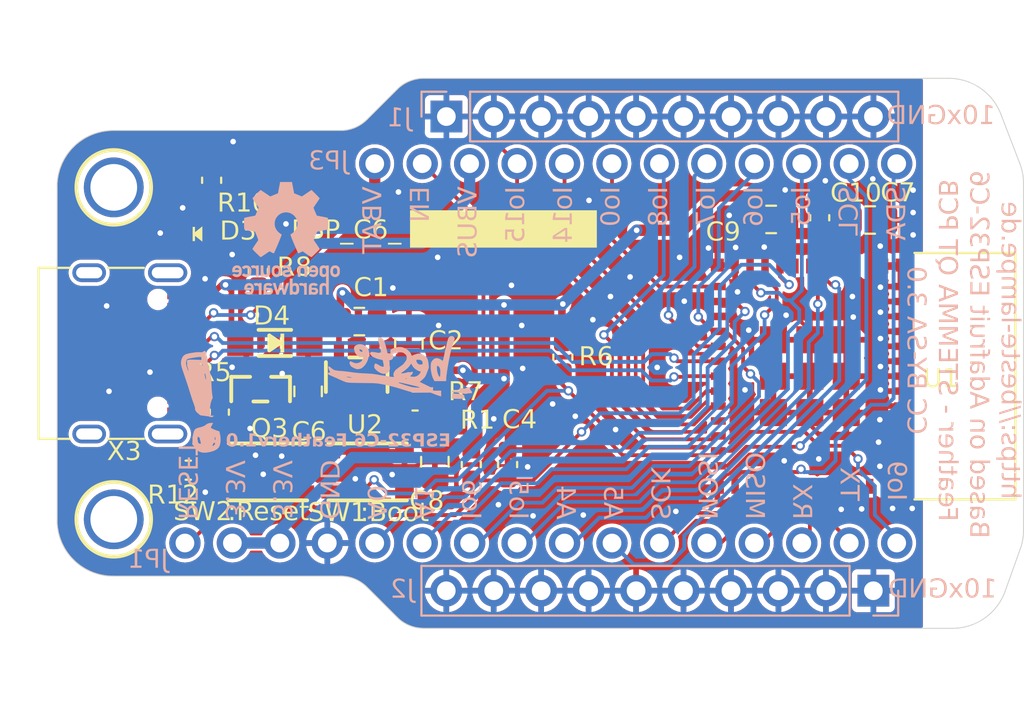
<source format=kicad_pcb>
(kicad_pcb (version 20240108) (generator "pcbnew") (generator_version "8.0")
  (layers (0 "F.Cu" signal) (1 "In1.Cu" signal) (2 "In2.Cu" signal) (31 "B.Cu" signal) (34 "B.Paste" user) (35 "F.Paste" user) (36 "B.SilkS" user "B.Silkscreen") (37 "F.SilkS" user "F.Silkscreen") (38 "B.Mask" user) (39 "F.Mask" user) (44 "Edge.Cuts" user))
  (net 0 "")
  (net 1 "GND")
  (net 2 "VBUS")
  (net 3 "VBAT")
  (net 4 "/RESET")
  (net 5 "/VHI")
  (net 6 "3.3V")
  (net 7 "/SCL")
  (net 8 "/SDA")
  (net 9 "Net-(D3-PadA)")
  (net 10 "/SCK")
  (net 11 "/A2{slash}IO6")
  (net 12 "/A0")
  (net 13 "/IO9{slash}BOOT{slash}NEOPIX")
  (net 14 "/MISO")
  (net 15 "/A5")
  (net 16 "/TX")
  (net 17 "/A3{slash}IO5")
  (net 18 "/MOSI")
  (net 19 "/RX")
  (net 20 "/A4")
  (net 21 "/A1")
  (net 22 "/EN")
  (net 23 "/IO14")
  (net 24 "/IO7")
  (net 25 "/IO0")
  (net 26 "/IO15")
  (net 27 "/IO8")
  (net 28 "/I2C_PWR")
  (net 29 "Net-(X3-CC2)")
  (net 30 "Net-(X3-CC1)")
  (net 31 "/D-")
  (net 32 "/D+")
  (footprint "Capacitor_SMD:C_0603_1608Metric" (layer "F.Cu") (at 146.7229 110.96 90)
    (property "Reference" "C4")
    (property "Value" "1uF")
  )
  (footprint "Adafruit Feather ESP32-C6:BTN_RKB2_4.6X2.8" (layer "F.Cu") (at 133.8961 111.3536)
    (property "Reference" "SW2")
    (property "Value" "KMR2")
  )
  (footprint "Capacitor_SMD:C_0603_1608Metric" (layer "F.Cu") (at 149.68 105.21 90)
    (property "Reference" "R6")
    (property "Value" "100K")
  )
  (footprint "Capacitor_SMD:C_0603_1608Metric" (layer "F.Cu") (at 131.2926 108.1532 90)
    (property "Reference" "R5")
    (property "Value" "5.1K")
  )
  (footprint "Adafruit Feather ESP32-C6:SOT23-5" (layer "F.Cu") (at 138.6459 106.2736)
    (property "Reference" "U2")
    (property "Value" "AP2112/RT9080-3.3")
  )
  (footprint "Adafruit Feather ESP32-C6:SOD-123" (layer "F.Cu") (at 134.2644 104.4448 180)
    (property "Reference" "D4")
    (property "Value" "MBR540")
  )
  (footprint "Capacitor_SMD:C_0805_2012Metric" (layer "F.Cu") (at 136.0443 107.0406 -90)
    (property "Reference" "C6")
    (property "Value" "10uF")
  )
  (footprint "Capacitor_SMD:C_0805_2012Metric" (layer "F.Cu") (at 166.13 97.86)
    (property "Reference" "C7")
    (property "Value" "10uF")
  )
  (footprint "Adafruit Feather ESP32-C6:BTN_RKB2_4.6X2.8" (layer "F.Cu") (at 139.2301 111.3536)
    (property "Reference" "SW1")
    (property "Value" "KMR2")
  )
  (footprint "Capacitor_SMD:C_0603_1608Metric" (layer "F.Cu") (at 163.43 97.74 90)
    (property "Reference" "C10")
    (property "Value" "1uF")
  )
  (footprint "Capacitor_SMD:C_0805_2012Metric" (layer "F.Cu") (at 160.83 97.83 180)
    (property "Reference" "C9")
    (property "Value" "10uF")
  )
  (footprint "Adafruit Feather ESP32-C6:MOUNTINGHOLE_2.5_PLATED" (layer "F.Cu") (at 125.6411 96.1136 -90)
    (property "Reference" "U$31" (hide yes))
    (property "Value" "MOUNTINGHOLE2.5" (hide yes))
  )
  (footprint "Capacitor_SMD:C_0603_1608Metric" (layer "F.Cu") (at 133.38 100.61 -90)
    (property "Reference" "R8")
    (property "Value" "5.1K")
  )
  (footprint "Capacitor_SMD:C_0603_1608Metric" (layer "F.Cu") (at 129.63 111.26 180)
    (property "Reference" "R12")
    (property "Value" "100K")
  )
  (footprint "Capacitor_SMD:C_0603_1608Metric" (layer "F.Cu") (at 130.88 95.7326 -90)
    (property "Reference" "R10")
    (property "Value" "5.1K")
  )
  (footprint "Adafruit Feather ESP32-C6:CHIPLED_0603_NOOUTLINE" (layer "F.Cu") (at 130.13 98.61 90)
    (property "Reference" "D3")
    (property "Value" "RED")
  )
  (footprint "Capacitor_SMD:C_0805_2012Metric" (layer "F.Cu") (at 142.83 110.81 -90)
    (property "Reference" "C8")
    (property "Value" "10uF")
  )
  (footprint "Adafruit Feather ESP32-C6:ESP32-PICO-MINI" (layer "F.Cu") (at 162.9021 106.2266 -90)
    (property "Reference" "U1")
    (property "Value" "ESP32-C6-MINI_MINI")
  )
  (footprint "Adafruit Feather ESP32-C6:MOUNTINGHOLE_2.5_PLATED" (layer "F.Cu") (at 125.6411 113.8936 -90)
    (property "Reference" "U$32" (hide yes))
    (property "Value" "MOUNTINGHOLE2.5" (hide yes))
  )
  (footprint "Connector_USB:USB_C_Receptacle_G-Switch_GT-USB-7010ASV" (layer "F.Cu") (at 125.4 105.0036 -90)
    (property "Reference" "X3")
    (property "Value" "USB C")
  )
  (footprint "Capacitor_SMD:C_0603_1608Metric" (layer "F.Cu") (at 141.7701 107.5563)
    (property "Reference" "R7")
    (property "Value" "100K")
  )
  (footprint "Capacitor_SMD:C_0805_2012Metric" (layer "F.Cu") (at 138.7856 103.3018)
    (property "Reference" "C1")
    (property "Value" "10uF")
  )
  (footprint "Capacitor_SMD:C_0603_1608Metric" (layer "F.Cu") (at 144.78 110.96 90)
    (property "Reference" "R1")
    (property "Value" "5.1K")
  )
  (footprint "Capacitor_SMD:C_0805_2012Metric" (layer "F.Cu") (at 141.4399 104.4956 90)
    (property "Reference" "C2")
    (property "Value" "10uF")
  )
  (footprint "Adafruit Feather ESP32-C6:SOT23-R" (layer "F.Cu") (at 133.5024 106.9213)
    (property "Reference" "Q3")
    (property "Value" "DMG3415U")
  )
  (footprint "Adafruit Feather ESP32-C6:1X12_ROUND" (layer "B.Cu") (at 153.5811 94.8436)
    (property "Reference" "JP3")
    (property "Value" "HEADER-1X12")
  )
  (footprint "LOGO" (layer "B.Cu") (at 136.826764 107.112498 180)
    (property "Reference" "G***" (hide yes))
    (property "Value" "LOGO" (hide yes))
  )
  (footprint "Symbol:OSHW-Logo_5.7x6mm_SilkScreen" (layer "B.Cu") (at 134.87 98.84 180)
    (property "Reference" "REF**" (hide yes))
    (property "Value" "OSHW-Logo_5.7x6mm_SilkScreen" (hide yes))
  )
  (footprint "Connector_PinHeader_2.54mm:PinHeader_1x10_P2.54mm_Vertical" (layer "B.Cu") (at 143.445 92.32 -90)
    (property "Reference" "J1")
    (property "Value" "Conn_01x10_Pin")
  )
  (footprint "Connector_PinHeader_2.54mm:PinHeader_1x10_P2.54mm_Vertical" (layer "B.Cu") (at 166.3 117.72 90)
    (property "Reference" "J2")
    (property "Value" "Conn_01x10_Pin")
  )
  (footprint "Adafruit Feather ESP32-C6:1X16_ROUND" (layer "B.Cu") (at 148.5011 115.1636 180)
    (property "Reference" "JP1")
    (property "Value" "HEADER-1X16ROUND")
  )
  (gr_rect (start 141.5 97.34) (end 151.5 99.34) (fill solid) (layer "F.SilkS"))
  (gr_arc (start 170.327657 90.27) (mid 172.026932 90.797652) (end 173.128447 92.195023) (stroke (width 0.05)) (layer "Edge.Cuts"))
  (gr_line (start 125.6056 93.064) (end 137.779173 93.064) (stroke (width 0.05)) (layer "Edge.Cuts"))
  (gr_line (start 170.530692 119.734) (end 142.230027 119.734) (stroke (width 0.05)) (layer "Edge.Cuts"))
  (gr_line (start 122.6056 113.94) (end 122.6056 96.064) (stroke (width 0.05)) (layer "Edge.Cuts"))
  (gr_arc (start 125.6056 116.94) (mid 123.48428 116.06132) (end 122.6056 113.94) (stroke (width 0.05)) (layer "Edge.Cuts"))
  (gr_line (start 142.230027 90.27) (end 170.327657 90.27) (stroke (width 0.05)) (layer "Edge.Cuts"))
  (gr_arc (start 137.779173 116.94) (mid 138.54454 117.092238) (end 139.193386 117.525786) (stroke (width 0.05)) (layer "Edge.Cuts"))
  (gr_line (start 137.779173 116.94) (end 125.6056 116.94) (stroke (width 0.05)) (layer "Edge.Cuts"))
  (gr_arc (start 174.141161 94.83359) (mid 174.290155 95.361927) (end 174.340371 95.908567) (stroke (width 0.05)) (layer "Edge.Cuts"))
  (gr_line (start 140.815813 119.148213) (end 139.193386 117.525786) (stroke (width 0.05)) (layer "Edge.Cuts"))
  (gr_arc (start 122.6056 96.064) (mid 123.48428 93.94268) (end 125.6056 93.064) (stroke (width 0.05)) (layer "Edge.Cuts"))
  (gr_line (start 173.128447 92.195023) (end 174.141161 94.83359) (stroke (width 0.05)) (layer "Edge.Cuts"))
  (gr_arc (start 173.355356 117.744582) (mid 172.258154 119.186725) (end 170.530692 119.734) (stroke (width 0.05)) (layer "Edge.Cuts"))
  (gr_line (start 173.355356 117.744582) (end 174.165034 115.481461) (stroke (width 0.05)) (layer "Edge.Cuts"))
  (gr_line (start 174.340371 95.908567) (end 174.340371 114.470879) (stroke (width 0.05)) (layer "Edge.Cuts"))
  (gr_arc (start 139.193387 92.478213) (mid 138.544539 92.91175) (end 137.779173 93.064) (stroke (width 0.05)) (layer "Edge.Cuts"))
  (gr_line (start 139.193387 92.478213) (end 140.815814 90.855786) (stroke (width 0.05)) (layer "Edge.Cuts"))
  (gr_arc (start 142.230027 119.734) (mid 141.464654 119.581768) (end 140.815813 119.148213) (stroke (width 0.05)) (layer "Edge.Cuts"))
  (gr_arc (start 140.815814 90.855786) (mid 141.464662 90.42225) (end 142.230027 90.27) (stroke (width 0.05)) (layer "Edge.Cuts"))
  (gr_arc (start 174.340371 114.470879) (mid 174.296212 114.983719) (end 174.165034 115.481461) (stroke (width 0.05)) (layer "Edge.Cuts"))
  (gr_text "Io6" (at 160.53 96.06 90) (layer "B.SilkS") (effects (font (size 1 1) (thickness 0.1)) (justify left bottom mirror)))
  (gr_text "GND" (at 136.54 113.91 270) (layer "B.SilkS") (effects (font (size 1 1) (thickness 0.1)) (justify left bottom mirror)))
  (gr_text "A4" (at 149.19 113.91 270) (layer "B.SilkS") (effects (font (size 1 1) (thickness 0.1)) (justify left bottom mirror)))
  (gr_text "10xGND" (at 172.83 92.89 0) (layer "B.SilkS") (effects (font (size 1 1) (thickness 0.1)) (justify left bottom mirror)))
  (gr_text "10xGND" (at 172.92 118.25 0) (layer "B.SilkS") (effects (font (size 1 1) (thickness 0.1)) (justify left bottom mirror)))
  (gr_text "SCK" (at 154.25 113.91 270) (layer "B.SilkS") (effects (font (size 1 1) (thickness 0.1)) (justify left bottom mirror)))
  (gr_text "Io0" (at 152.88 96.06 90) (layer "B.SilkS") (effects (font (size 1 1) (thickness 0.1)) (justify left bottom mirror)))
  (gr_text "Io8" (at 155.43 96.06 90) (layer "B.SilkS") (effects (font (size 1 1) (thickness 0.1)) (justify left bottom mirror)))
  (gr_text "A5" (at 151.72 113.91 270) (layer "B.SilkS") (effects (font (size 1 1) (thickness 0.1)) (justify left bottom mirror)))
  (gr_text "MOSI" (at 156.78 113.91 270) (layer "B.SilkS") (effects (font (size 1 1) (thickness 0.1)) (justify left bottom mirror)))
  (gr_text "SDA" (at 168.18 96.06 90) (layer "B.SilkS") (effects (font (size 1 1) (thickness 0.1)) (justify left bottom mirror)))
  (gr_text "Io9" (at 166.91 112.91 270) (layer "B.SilkS") (effects (font (size 1 1) (thickness 0.1)) (justify left bottom mirror)))
  (gr_text "A1" (at 141.6 113.91 270) (layer "B.SilkS") (effects (font (size 1 1) (thickness 0.1)) (justify left bottom mirror)))
  (gr_text "https://beste-lampe.de\nBased on Adafruit ESP32-C6 \nFeather - STEMMA QT PCB\nCC BY-SA 3.0" (at 167.96 104.84 270) (layer "B.SilkS") (effects (font (size 1 1) (thickness 0.1)) (justify bottom mirror)))
  (gr_text "A0" (at 139.07 113.91 270) (layer "B.SilkS") (effects (font (size 1 1) (thickness 0.1)) (justify left bottom mirror)))
  (gr_text "Io7" (at 157.98 96.06 90) (layer "B.SilkS") (effects (font (size 1 1) (thickness 0.1)) (justify left bottom mirror)))
  (gr_text "Io14" (at 150.33 96.06 90) (layer "B.SilkS") (effects (font (size 1 1) (thickness 0.1)) (justify left bottom mirror)))
  (gr_text "RESET" (at 128.95 113.91 270) (layer "B.SilkS") (effects (font (size 1 0.95) (thickness 0.1)) (justify left bottom mirror)))
  (gr_text "Io15" (at 147.78 96.06 90) (layer "B.SilkS") (effects (font (size 1 1) (thickness 0.1)) (justify left bottom mirror)))
  (gr_text "TX" (at 164.38 112.91 270) (layer "B.SilkS") (effects (font (size 1 1) (thickness 0.1)) (justify left bottom mirror)))
  (gr_text "VBAT" (at 140.13 96.06 90) (layer "B.SilkS") (effects (font (size 1 1) (thickness 0.1)) (justify left bottom mirror)))
  (gr_text "v1.0" (at 133.98 110.11 0) (layer "B.SilkS") (effects (font (size 0.69 0.69) (thickness 0.1725) (bold yes)) (justify left bottom mirror)))
  (gr_text "ESP32-C6 Feather" (at 143.68 110.11 0) (layer "B.SilkS") (effects (font (size 0.69 0.69) (thickness 0.2) (bold yes)) (justify left bottom mirror)))
  (gr_text "RX" (at 161.84 113.91 270) (layer "B.SilkS") (effects (font (size 1 1) (thickness 0.1)) (justify left bottom mirror)))
  (gr_text "Io5" (at 163.08 96.06 90) (layer "B.SilkS") (effects (font (size 1 1) (thickness 0.1)) (justify left bottom mirror)))
  (gr_text "Io6" (at 144.13 113.91 270) (layer "B.SilkS") (effects (font (size 1 1) (thickness 0.1)) (justify left bottom mirror)))
  (gr_text "3.3V" (at 131.48 113.91 270) (layer "B.SilkS") (effects (font (size 1 1) (thickness 0.1)) (justify left bottom mirror)))
  (gr_text "3.3V" (at 134.01 113.91 270) (layer "B.SilkS") (effects (font (size 1 1) (thickness 0.1)) (justify left bottom mirror)))
  (gr_text "Io5" (at 146.66 113.91 270) (layer "B.SilkS") (effects (font (size 1 1) (thickness 0.1)) (justify left bottom mirror)))
  (gr_text "VBUS" (at 145.23 96.06 90) (layer "B.SilkS") (effects (font (size 1 1) (thickness 0.1)) (justify left bottom mirror)))
  (gr_text "MISO" (at 159.31 113.91 270) (layer "B.SilkS") (effects (font (size 1 1) (thickness 0.1)) (justify left bottom mirror)))
  (gr_text "EN" (at 142.68 96.06 90) (layer "B.SilkS") (effects (font (size 1 1) (thickness 0.1)) (justify left bottom mirror)))
  (gr_text "SCL" (at 165.63 96.06 90) (layer "B.SilkS") (effects (font (size 1 1) (thickness 0.1)) (justify left bottom mirror)))
  (gr_text ":Reset" (at 131.73 114.11 0) (layer "F.SilkS") (effects (font (size 1 1) (thickness 0.1)) (justify left bottom)))
  (gr_text "ESP_C6_" (at 141.03 97.85 0) (layer "F.SilkS") (effects (font (size 1 1) (thickness 0.119969)) (justify right top)))
  (gr_text ":Boot" (at 138.83 114.16 0) (layer "F.SilkS") (effects (font (size 1 1) (thickness 0.1)) (justify left bottom)))
  (segment (start 168.2989 99.0411) (end 168.2989 99.8298) (width 0.4064) (layer "F.Cu") (net 1))
  (segment (start 160.9521 103.6379) (end 161.63 102.96) (width 0.21) (layer "F.Cu") (net 1))
  (segment (start 158.52785 103.0266) (end 158.0021 103.0266) (width 0.4064) (layer "F.Cu") (net 1))
  (segment (start 130.48 111.01) (end 131.23 110.26) (width 0.4064) (layer "F.Cu") (net 1))
  (segment (start 167.8521 111.0766) (end 167.8021 111.0266) (width 0.4064) (layer "F.Cu") (net 1))
  (segment (start 160.9521 104.2766) (end 160.9521 103.6379) (width 0.21) (layer "F.Cu") (net 1))
  (segment (start 160.9521 106.2266) (end 160.5466 106.2266) (width 0.21) (layer "F.Cu") (net 1))
  (segment (start 139.9896 103.2891) (end 139.7356 103.2891) (width 0.4064) (layer "F.Cu") (net 1))
  (segment (start 139.9769 103.3018) (end 139.9896 103.2891) (width 0.4064) (layer "F.Cu") (net 1))
  (segment (start 157.9521 112.1766) (end 157.9521 111.9879) (width 0.21) (layer "F.Cu") (net 1))
  (segment (start 139.7356 103.3018) (end 139.7356 103.2891) (width 0.4064) (layer "F.Cu") (net 1))
  (segment (start 136.0443 108.6866) (end 136.0443 107.9906) (width 0.4064) (layer "F.Cu") (net 1))
  (segment (start 138.17 108.68) (end 137.8397 108.68) (width 0.4064) (layer "F.Cu") (net 1))
  (segment (start 159.788126 105.31) (end 159.78 105.31) (width 0.21) (layer "F.Cu") (net 1))
  (segment (start 157.9521 112.4821) (end 157.9521 112.1766) (width 0.2032) (layer "F.Cu") (net 1))
  (segment (start 155.73 113.46825) (end 157.02165 112.1766) (width 0.2032) (layer "F.Cu") (net 1))
  (segment (start 140.58 101.50175) (end 139.7356 102.34615) (width 0.4064) (layer "F.Cu") (net 1))
  (segment (start 168.43 98.91) (end 168.2989 99.0411) (width 0.4064) (layer "F.Cu") (net 1))
  (segment (start 141.6939 103.5456) (end 141.8209 103.4186) (width 0.2032) (layer "F.Cu") (net 1))
  (segment (start 157.02165 112.1766) (end 157.9521 112.1766) (width 0.2032) (layer "F.Cu") (net 1))
  (segment (start 130.8481 109.0032) (end 131.2926 109.0032) (width 0.4064) (layer "F.Cu") (net 1))
  (segment (start 167.8021 100.3266) (end 166.9021 100.3266) (width 0.4064) (layer "F.Cu") (net 1))
  (segment (start 129.3131 108.2036) (end 130.0485 108.2036) (width 0.4064) (layer "F.Cu") (net 1))
  (segment (start 162.9021 108.1766) (end 162.9021 108.8321) (width 0.21) (layer "F.Cu") (net 1))
  (segment (start 160.3321 106.0121) (end 160.3321 105.853974) (width 0.21) (layer "F.Cu") (net 1))
  (segment (start 162.9021 103.7821) (end 162.08 102.96) (width 0.21) (layer "F.Cu") (net 1))
  (segment (start 168.2989 99.8298) (end 167.8521 100.2766) (width 0.4064) (layer "F.Cu") (net 1))
  (segment (start 139.7356 102.34615) (end 139.7356 103.3018) (width 0.4064) (layer "F.Cu") (net 1))
  (segment (start 130.48 111.26) (end 130.48 111.01) (width 0.4064) (layer "F.Cu") (net 1))
  (segment (start 141.4399 103.5456) (end 141.1834 103.2891) (width 0.4064) (layer "F.Cu") (net 1))
  (segment (start 159.26125 103.76) (end 158.52785 103.0266) (width 0.4064) (layer "F.Cu") (net 1))
  (segment (start 131.23 110.26) (end 131.9045 110.26) (width 0.4064) (layer "F.Cu") (net 1))
  (segment (start 162.9021 104.2766) (end 162.9021 103.7821) (width 0.21) (layer "F.Cu") (net 1))
  (segment (start 167.8021 100.3266) (end 167.8021 101.4266) (width 0.4064) (layer "F.Cu") (net 1))
  (segment (start 137.8397 108.68) (end 137.8331 108.6866) (width 0.4064) (layer "F.Cu") (net 1))
  (segment (start 139.7356 103.3018) (end 139.9769 103.3018) (width 0.4064) (layer "F.Cu") (net 1))
  (segment (start 167.8521 100.2766) (end 167.8021 100.3266) (width 0.4064) (layer "F.Cu") (net 1))
  (segment (start 138.6459 107.5737) (end 138.6459 108.2041) (width 0.4064) (layer "F.Cu") (net 1))
  (segment (start 157.9521 111.9879) (end 158.4052 111.5348) (width 0.21) (layer "F.Cu") (net 1))
  (segment (start 167.8521 112.1766) (end 167.8521 111.0766) (width 0.4064) (layer "F.Cu") (net 1))
  (segment (start 141.1834 103.2891) (end 139.9896 103.2891) (width 0.4064) (layer "F.Cu") (net 1))
  (segment (start 159.63 103.76) (end 159.26125 103.76) (width 0.4064) (layer "F.Cu") (net 1))
  (segment (start 141.4399 103.5456) (end 141.6939 103.5456) (width 0.2032) (layer "F.Cu") (net 1))
  (segment (start 162.08 102.96) (end 161.63 102.96) (width 0.21) (layer "F.Cu") (net 1))
  (segment (start 130.8481 109.0032) (end 130.0485 108.2036) (width 0.4064) (layer "F.Cu") (net 1))
  (segment (start 138.6459 108.2041) (end 138.17 108.68) (width 0.4064) (layer "F.Cu") (net 1))
  (segment (start 162.9021 108.8321) (end 163.48 109.41) (width 0.21) (layer "F.Cu") (net 1))
  (segment (start 137.8331 108.6866) (end 136.0443 108.6866) (width 0.4064) (layer "F.Cu") (net 1))
  (segment (start 160.3321 105.853974) (end 159.788126 105.31) (width 0.21) (layer "F.Cu") (net 1))
  (segment (start 131.9045 110.26) (end 131.9231 110.2786) (width 0.4064) (layer "F.Cu") (net 1))
  (segment (start 160.5466 106.2266) (end 160.3321 106.0121) (width 0.21) (layer "F.Cu") (net 1))
  (via (at 146.93 101.36) (size 0.5) (drill 0.3) (layers "F.Cu" "B.Cu") (net 1))
  (via (at 132.939941 109.028471) (size 0.5) (drill 0.3) (layers "F.Cu" "B.Cu") (net 1))
  (via (at 132.03 93.66) (size 0.5) (drill 0.3) (layers "F.Cu" "B.Cu") (net 1))
  (via (at 159.63 103.76) (size 0.5) (drill 0.3) (layers "F.Cu" "B.Cu") (net 1))
  (via (at 150.345836 108.372646) (size 0.5) (drill 0.3) (layers "F.Cu" "B.Cu") (net 1))
  (via (at 163.73 95.76) (size 0.5) (drill 0.3) (layers "F.Cu" "B.Cu") (net 1))
  (via (at 145.981595 108.511595) (size 0.5) (drill 0.3) (layers "F.Cu" "B.Cu") (net 1))
  (via (at 167.33 113.31) (size 0.5) (drill 0.3) (layers "F.Cu" "B.Cu") (net 1))
  (via (at 140.58 101.50175) (size 0.5) (drill 0.3) (layers "F.Cu" "B.Cu") (net 1))
  (via (at 133.6421 111.4806) (size 0.5) (drill 0.3) (layers "F.Cu" "B.Cu") (net 1))
  (via (at 151.287034 103.20111) (size 0.5) (drill 0.3) (layers "F.Cu" "B.Cu") (net 1))
  (via (at 165.22515 103.06) (size 0.5) (drill 0.3) (layers "F.Cu" "B.Cu") (net 1))
  (via (at 163.38 110.66) (size 0.5) (drill 0.3) (layers "F.Cu" "B.Cu") (net 1))
  (via (at 125.3871 107.0356) (size 0.5) (drill 0.3) (layers "F.Cu" "B.Cu") (net 1))
  (via (at 166.68 101.46) (size 0.5) (drill 0.3) (layers "F.Cu" "B.Cu") (net 1))
  (via (at 131.98 99.71) (size 0.5) (drill 0.3) (layers "F.Cu" "B.Cu") (net 1))
  (via (at 166.68 104.21) (size 0.5) (drill 0.3) (layers "F.Cu" "B.Cu") (net 1))
  (via (at 133.23 110.46) (size 0.5) (drill 0.3) (layers "F.Cu" "B.Cu") (net 1))
  (via (at 161.53 110.76) (size 0.5) (drill 0.3) (layers "F.Cu" "B.Cu") (net 1))
  (via (at 134.6581 106.0831) (size 0.5) (drill 0.3) (layers "F.Cu" "B.Cu") (net 1))
  (via (at 166.67 99.26) (size 0.5) (drill 0.3) (layers "F.Cu" "B.Cu") (net 1))
  (via (at 149.133552 107.71485) (size 0.5) (drill 0.3) (layers "F.Cu" "B.Cu") (net 1))
  (via (at 153.28 100.91) (size 0.5) (drill 0.3) (layers "F.Cu" "B.Cu") (net 1))
  (via (at 134.86 98.07) (size 0.5) (drill 0.3) (layers "F.Cu" "B.Cu") (net 1))
  (via (at 148.085542 113.709999) (size 0.5) (drill 0.3) (layers "F.Cu" "B.Cu") (net 1))
  (via (at 159.43 106.96) (size 0.5) (drill 0.3) (layers "F.Cu" "B.Cu") (net 1))
  (via (at 138.570401 111.72375) (size 0.5) (drill 0.3) (layers "F.Cu" "B.Cu") (net 1))
  (via (at 128.13 98.56) (size 0.5) (drill 0.3) (layers "F.Cu" "B.Cu") (net 1))
  (via (at 131.97625 105.748052) (size 0.5) (drill 0.3) (layers "F.Cu" "B.Cu") (net 1))
  (via (at 157.47515 99.36) (size 0.5) (drill 0.3) (layers "F.Cu" "B.Cu") (net 1))
  (via (at 168.43 96.26) (size 0.5) (drill 0.3) (layers "F.Cu" "B.Cu") (net 1))
  (via (at 134.63 110.51) (size 0.5) (drill 0.3) (layers "F.Cu" "B.Cu") (net 1))
  (via (at 166.6486 108.56) (size 0.5) (drill 0.3) (layers "F.Cu" "B.Cu") (net 1))
  (via (at 166.68 105.71) (size 0.5) (drill 0.3) (layers "F.Cu" "B.Cu") (net 1))
  (via (at 140.88 96.36) (size 0.5) (drill 0.3) (layers "F.Cu" "B.Cu") (net 1))
  (via (at 160.46 99.31) (size 0.5) (drill 0.3) (layers "F.Cu" "B.Cu") (net 1))
  (via (at 151.08 96.81) (size 0.5) (drill 0.3) (layers "F.Cu" "B.Cu") (net 1))
  (via (at 161.58 96.25) (size 0.5) (drill 0.3) (layers "F.Cu" "B.Cu") (net 1))
  (via (at 140.543507 111.496842) (size 0.5) (drill 0.3) (layers "F.Cu" "B.Cu") (net 1))
  (via (at 147.796 111.084168) (size 0.5) (drill 0.3) (layers "F.Cu" "B.Cu") (net 1))
  (via (at 166.68 106.96) (size 0.5) (drill 0.3) (layers "F.Cu" "B.Cu") (net 1))
  (via (at 165.18 101.96) (size 0.5) (drill 0.3) (layers "F.Cu" "B.Cu") (net 1))
  (via (at 166.58 109.76) (size 0.5) (drill 0.3) (layers "F.Cu" "B.Cu") (net 1))
  (via (at 168.43 98.66) (size 0.5) (drill 0.3) (layers "F.Cu" "B.Cu") (net 1))
  (via (at 159.03 101.71) (size 0.5) (drill 0.3) (layers "F.Cu" "B.Cu") (net 1))
  (via (at 152.23 101.96) (size 0.5) (drill 0.3) (layers "F.Cu" "B.Cu") (net 1))
  (via (at 155.93 99.86) (size 0.5) (drill 0.3) (layers "F.Cu" "B.Cu") (net 1))
  (via (at 166.68 102.7976) (size 0.5) (drill 0.3) (layers "F.Cu" "B.Cu") (net 1))
  (via (at 168.43 97.46) (size 0.5) (drill 0.3) (layers "F.Cu" "B.Cu") (net 1))
  (via (at 146.231595 113.111595) (size 0.5) (drill 0.3) (layers "F.Cu" "B.Cu") (net 1))
  (via (at 130.54 112.44) (size 0.5) (drill 0.3) (layers "F.Cu" "B.Cu") (net 1))
  (via (at 142.98 99.86) (size 0.5) (drill 0.3) (layers "F.Cu" "B.Cu") (net 1))
  (via (at 154.73 105.75515) (size 0.5) (drill 0.3) (layers "F.Cu" "B.Cu") (net 1))
  (via (at 158.5848 97.61) (size 0.5) (drill 0.3) (layers "F.Cu" "B.Cu") (net 1))
  (via (at 129.33 97.21) (size 0.5) (drill 0.3) (layers "F.Cu" "B.Cu") (net 1))
  (via (at 147.53 105.81) (size 0.5) (drill 0.3) (layers "F.Cu" "B.Cu") (net 1))
  (via (at 161.63 102.96) (size 0.5) (drill 0.3) (layers "F.Cu" "B.Cu") (net 1))
  (via (at 156.18 102.21) (size 0.5) (drill 0.3) (layers "F.Cu" "B.Cu") (net 1))
  (via (at 130.53 101.01) (size 0.5) (drill 0.3) (layers "F.Cu" "B.Cu") (net 1))
  (via (at 127.58 106.01) (size 0.5) (drill 0.3) (layers "F.Cu" "B.Cu") (net 1))
  (via (at 143.03 103.51) (size 0.5) (drill 0.3) (layers "F.Cu" "B.Cu") (net 1))
  (via (at 166.27 95.66) (size 0.5) (drill 0.3) (layers "F.Cu" "B.Cu") (net 1))
  (via (at 165.67515 113.3386) (size 0.5) (drill 0.3) (layers "F.Cu" "B.Cu") (net 1))
  (via (at 164.58 113.36) (size 0.5) (drill 0.3) (layers "F.Cu" "B.Cu") (net 1))
  (via (at 147.48 103.51) (size 0.5) (drill 0.3) (layers "F.Cu" "B.Cu") (net 1))
  (via (at 166.6486 111.0526) (size 0.5) (drill 0.3) (layers "F.Cu" "B.Cu") (net 1))
  (via (at 152.503405 109.086595) (size 0.5) (drill 0.3) (layers "F.Cu" "B.Cu") (net 1))
  (via (at 150.773534 113.66485) (size 0.5) (drill 0.3) (layers "F.Cu" "B.Cu") (net 1))
  (via (at 155.73 113.46825) (size 0.5) (drill 0.3) (layers "F.Cu" "B.Cu") (net 1))
  (via (at 168.38 113.31) (size 0.5) (drill 0.3) (layers "F.Cu" "B.Cu") (net 1))
  (via (at 158.93 99.33) (size 0.5) (drill 0.3) (layers "F.Cu" "B.Cu") (net 1))
  (via (at 125.2601 102.4636) (size 0.5) (drill 0.3) (layers "F.Cu" "B.Cu") (net 1))
  (segment (start 131.9406 101.6511) (end 131.6231 101.3336) (width 0.3048) (layer "F.Cu") (net 2))
  (segment (start 126.91 104.23) (end 128.14 103) (width 0.3048) (layer "F.Cu") (net 2))
  (segment (start 126.92 110.1) (end 126.92 107.78) (width 0.3048) (layer "F.Cu") (net 2))
  (segment (start 128.286665 107.2136) (end 127.461346 107.2136) (width 0.21) (layer "F.Cu") (net 2))
  (segment (start 132.4144 104.4448) (end 132.7319 104.7623) (width 0.3048) (layer "F.Cu") (net 2))
  (segment (start 132.7319 104.7623) (end 132.7319 107.7418) (width 0.3048) (layer "F.Cu") (net 2))
  (segment (start 132.4144 104.4448) (end 132.4144 104.0299) (width 0.3048) (layer "F.Cu") (net 2))
  (segment (start 131.9406 101.6511) (end 131.9406 103.5561) (width 0.3048) (layer "F.Cu") (net 2))
  (segment (start 128.14 103) (end 128.14 102.99) (width 0.3048) (layer "F.Cu") (net 2))
  (segment (start 126.91 106.662254) (end 126.91 104.23) (width 0.3048) (layer "F.Cu") (net 2))
  (segment (start 126.92 107.78) (end 127.461346 107.238654) (width 0.3048) (layer "F.Cu") (net 2))
  (segment (start 128.08 111.26) (end 126.92 110.1) (width 0.3048) (layer "F.Cu") (net 2))
  (segment (start 129.125 107.4036) (end 128.476665 107.4036) (width 0.21) (layer "F.Cu") (net 2))
  (segment (start 128.476665 107.4036) (end 128.286665 107.2136) (width 0.21) (layer "F.Cu") (net 2))
  (segment (start 128.78 111.26) (end 128.08 111.26) (width 0.3048) (layer "F.Cu") (net 2))
  (segment (start 131.6231 101.3336) (end 131.51585 101.22635) (width 0.3048) (layer "F.Cu") (net 2))
  (segment (start 132.5524 107.9213) (end 132.7319 107.7418) (width 0.3048) (layer "F.Cu") (net 2))
  (segment (start 128.5264 102.6036) (end 129.3131 102.6036) (width 0.2) (layer "F.Cu") (net 2))
  (segment (start 128.14 102.99) (end 128.5264 102.6036) (width 0.2) (layer "F.Cu") (net 2))
  (segment (start 132.4144 104.0299) (end 131.9406 103.5561) (width 0.3048) (layer "F.Cu") (net 2))
  (segment (start 127.461346 107.238654) (end 127.461346 107.2136) (width 0.3048) (layer "F.Cu") (net 2))
  (segment (start 131.51585 101.22635) (end 130.1386 102.6036) (width 0.3048) (layer "F.Cu") (net 2))
  (segment (start 129.3131 102.6036) (end 130.1386 102.6036) (width 0.3048) (layer "F.Cu") (net 2))
  (segment (start 127.461346 107.2136) (end 126.91 106.662254) (width 0.3048) (layer "F.Cu") (net 2))
  (via (at 131.6231 101.3336) (size 0.5) (drill 0.3) (layers "F.Cu" "B.Cu") (net 2))
  (segment (start 134.1314 101.3336) (end 131.6231 101.3336) (width 0.6) (layer "B.Cu") (net 2))
  (segment (start 142.13 99.11) (end 136.355 99.11) (width 0.6) (layer "B.Cu") (net 2))
  (segment (start 144.6911 96.5489) (end 142.13 99.11) (width 0.6) (layer "B.Cu") (net 2))
  (segment (start 136.355 99.11) (end 134.1314 101.3336) (width 0.6) (layer "B.Cu") (net 2))
  (segment (start 144.6911 94.8436) (end 144.6911 96.5489) (width 0.6) (layer "B.Cu") (net 2))
  (segment (start 134.23 104.8762) (end 133.5024 105.6038) (width 0.6) (layer "F.Cu") (net 3))
  (segment (start 134.23 103.31) (end 134.23 104.8762) (width 0.6) (layer "F.Cu") (net 3))
  (segment (start 135.0231 102.5169) (end 134.23 103.31) (width 0.6) (layer "F.Cu") (net 3))
  (segment (start 133.5024 105.6038) (end 133.5024 105.9213) (width 0.3048) (layer "F.Cu") (net 3))
  (segment (start 139.6111 94.8436) (end 139.6111 96.1781) (width 0.6) (layer "F.Cu") (net 3))
  (segment (start 135.0231 100.7661) (end 135.0231 102.5169) (width 0.6) (layer "F.Cu") (net 3))
  (segment (start 139.6111 96.1781) (end 135.0231 100.7661) (width 0.6) (layer "F.Cu") (net 3))
  (segment (start 146.9094 111.9965) (end 146.7229 111.81) (width 0.2032) (layer "F.Cu") (net 4))
  (segment (start 143.92175 113.66825) (end 138.03825 113.66825) (width 0.21) (layer "F.Cu") (net 4))
  (segment (start 131.9231 112.4286) (end 135.8691 112.4286) (width 0.2032) (layer "F.Cu") (net 4))
  (segment (start 144.457131 112.132869) (end 144.4371 112.132869) (width 0.2032) (layer "F.Cu") (net 4))
  (segment (start 135.8691 112.7491) (end 135.8691 112.4286) (width 0.21) (layer "F.Cu") (net 4))
  (segment (start 148.082588 111.81) (end 146.7229 111.81) (width 0.2032) (layer "F.Cu") (net 4))
  (segment (start 136.38 113.26) (end 135.8691 112.7491) (width 0.21) (layer "F.Cu") (net 4))
  (segment (start 161.739843 101.319843) (end 161.3021 100.8821) (width 0.2032) (layer "F.Cu") (net 4))
  (segment (start 131.9231 112.9169) (end 129.6764 115.1636) (width 0.2032) (layer "F.Cu") (net 4))
  (segment (start 137.63 113.26) (end 136.38 113.26) (width 0.21) (layer "F.Cu") (net 4))
  (segment (start 131.9231 112.4286) (end 131.9231 112.9169) (width 0.2032) (layer "F.Cu") (net 4))
  (segment (start 144.78 111.81) (end 144.457131 112.132869) (width 0.2032) (layer "F.Cu") (net 4))
  (segment (start 146.7229 111.81) (end 144.78 111.81) (width 0.2032) (layer "F.Cu") (net 4))
  (segment (start 150.681294 109.211294) (end 148.082588 111.81) (width 0.2032) (layer "F.Cu") (net 4))
  (segment (start 161.3021 100.8821) (end 161.3021 100.3266) (width 0.2032) (layer "F.Cu") (net 4))
  (segment (start 144.83 112.76) (end 143.92175 113.66825) (width 0.21) (layer "F.Cu") (net 4))
  (segment (start 161.792676 101.319843) (end 161.739843 101.319843) (width 0.2032) (layer "F.Cu") (net 4))
  (segment (start 129.6764 115.1636) (end 129.4511 115.1636) (width 0.2032) (layer "F.Cu") (net 4))
  (segment (start 144.78 111.81) (end 144.83 111.86) (width 0.21) (layer "F.Cu") (net 4))
  (segment (start 144.83 111.86) (end 144.83 112.76) (width 0.21) (layer "F.Cu") (net 4))
  (segment (start 138.03825 113.66825) (end 137.63 113.26) (width 0.21) (layer "F.Cu") (net 4))
  (via (at 150.681294 109.211294) (size 0.5) (drill 0.3) (layers "F.Cu" "B.Cu") (net 4))
  (via (at 161.792676 101.319843) (size 0.5) (drill 0.3) (layers "F.Cu" "B.Cu") (net 4))
  (segment (start 159.23 100.26) (end 158.08 101.41) (width 0.2032) (layer "B.Cu") (net 4))
  (segment (start 151.682588 108.21) (end 150.681294 109.211294) (width 0.2032) (layer "B.Cu") (net 4))
  (segment (start 156.68 107.46) (end 155.93 108.21) (width 0.2032) (layer "B.Cu") (net 4))
  (segment (start 158.08 103.66) (end 156.68 105.06) (width 0.2032) (layer "B.Cu") (net 4))
  (segment (start 156.68 105.06) (end 156.68 107.46) (width 0.2032) (layer "B.Cu") (net 4))
  (segment (start 158.08 101.41) (end 158.08 103.66) (width 0.2032) (layer "B.Cu") (net 4))
  (segment (start 160.732833 100.26) (end 159.23 100.26) (width 0.2032) (layer "B.Cu") (net 4))
  (segment (start 161.792676 101.319843) (end 160.732833 100.26) (width 0.2032) (layer "B.Cu") (net 4))
  (segment (start 155.93 108.21) (end 151.682588 108.21) (width 0.2032) (layer "B.Cu") (net 4))
  (segment (start 136.1144 104.4448) (end 136.0443 104.5149) (width 0.3048) (layer "F.Cu") (net 5))
  (segment (start 137.6959 107.2794) (end 137.6959 107.5737) (width 0.3048) (layer "F.Cu") (net 5))
  (segment (start 137.9601 106.5276) (end 141.5796 106.5276) (width 0.3048) (layer "F.Cu") (net 5))
  (segment (start 134.4524 107.4318) (end 134.4524 107.9213) (width 0.3048) (layer "F.Cu") (net 5))
  (segment (start 136.0443 106.0906) (end 135.7936 106.0906) (width 0.3048) (layer "F.Cu") (net 5))
  (segment (start 136.5071 106.0906) (end 137.6959 107.2794) (width 0.3048) (layer "F.Cu") (net 5))
  (segment (start 136.0443 106.0906) (end 136.5071 106.0906) (width 0.3048) (layer "F.Cu") (net 5))
  (segment (start 136.0443 104.5149) (end 136.0443 106.0906) (width 0.3048) (layer "F.Cu") (net 5))
  (segment (start 137.6959 106.7918) (end 137.9601 106.5276) (width 0.3048) (layer "F.Cu") (net 5))
  (segment (start 137.6959 107.5737) (end 137.6959 106.7918) (width 0.3048) (layer "F.Cu") (net 5))
  (segment (start 142.6201 107.5563) (end 142.6083 107.5563) (width 0.3048) (layer "F.Cu") (net 5))
  (segment (start 135.7936 106.0906) (end 134.4524 107.4318) (width 0.3048) (layer "F.Cu") (net 5))
  (segment (start 142.6083 107.5563) (end 141.5796 106.5276) (width 0.3048) (layer "F.Cu") (net 5))
  (segment (start 144.33 105.91) (end 142.18 105.91) (width 0.4064) (layer "F.Cu") (net 6))
  (segment (start 138.0871 106.0196) (end 140.5001 106.0196) (width 0.3048) (layer "F.Cu") (net 6))
  (segment (start 149.68 102.36) (end 149.63 102.41) (width 0.4064) (layer "F.Cu") (net 6))
  (segment (start 164.45 98.59) (end 163.43 98.59) (width 0.61) (layer "F.Cu") (net 6))
  (segment (start 137.6959 103.4415) (end 137.6959 104.9735) (width 0.3048) (layer "F.Cu") (net 6))
  (segment (start 142.18 105.91) (end 141.7156 105.4456) (width 0.4064) (layer "F.Cu") (net 6))
  (segment (start 165.18 97.86) (end 164.45 98.59) (width 0.61) (layer "F.Cu") (net 6))
  (segment (start 137.7721 103.2383) (end 137.8356 103.3018) (width 0.4064) (layer "F.Cu") (net 6))
  (segment (start 131.9911 115.1636) (end 134.5311 115.1636) (width 0.4064) (layer "F.Cu") (net 6))
  (segment (start 137.6959 105.6284) (end 138.0871 106.0196) (width 0.3048) (layer "F.Cu") (net 6))
  (segment (start 144.53 109.86) (end 144.78 110.11) (width 0.6096) (layer "F.Cu") (net 6))
  (segment (start 149.63 104.31) (end 149.68 104.36) (width 0.4064) (layer "F.Cu") (net 6))
  (segment (start 142.83 109.86) (end 144.53 109.86) (width 0.6096) (layer "F.Cu") (net 6))
  (segment (start 137.7721 101.8679) (end 137.7721 103.2383) (width 0.4064) (layer "F.Cu") (net 6))
  (segment (start 146.53 106.36) (end 146.53 102.41) (width 0.61) (layer "F.Cu") (net 6))
  (segment (start 137.88 101.76) (end 137.7721 101.8679) (width 0.4064) (layer "F.Cu") (net 6))
  (segment (start 141.7156 105.4456) (end 141.4399 105.4456) (width 0.4064) (layer "F.Cu") (net 6))
  (segment (start 161.78 97.63) (end 161.78 97.83) (width 0.61) (layer "F.Cu") (net 6))
  (segment (start 153.63 98.41) (end 156.13 98.41) (width 0.61) (layer "F.Cu") (net 6))
  (segment (start 156.13 98.41) (end 157.9682 96.5718) (width 0.61) (layer "F.Cu") (net 6))
  (segment (start 145.073345 108.116655) (end 145.073345 109.816655) (width 0.61) (layer "F.Cu") (net 6))
  (segment (start 146.53 106.36) (end 146.53 106.66) (width 0.61) (layer "F.Cu") (net 6))
  (segment (start 157.9682 96.5718) (end 160.7218 96.5718) (width 0.61) (layer "F.Cu") (net 6))
  (segment (start 146.53 106.66) (end 145.073345 108.116655) (width 0.61) (layer "F.Cu") (net 6))
  (segment (start 160.7218 96.5718) (end 161.78 97.63) (width 0.61) (layer "F.Cu") (net 6))
  (segment (start 137.8356 103.3018) (end 137.6959 103.4415) (width 0.3048) (layer "F.Cu") (net 6))
  (segment (start 165.3021 100.3266) (end 165.3021 98.5921) (width 0.2032) (layer "F.Cu") (net 6))
  (segment (start 140.5001 106.0196) (end 141.0741 105.4456) (width 0.3048) (layer "F.Cu") (net 6))
  (segment (start 161.78 98.3164) (end 161.78 97.83) (width 0.61) (layer "F.Cu") (net 6))
  (segment (start 149.63 102.41) (end 149.63 104.31) (width 0.4064) (layer "F.Cu") (net 6))
  (segment (start 141.0741 105.4456) (end 141.4399 105.4456) (width 0.3048) (layer "F.Cu") (net 6))
  (segment (start 137.6959 104.9735) (end 137.6959 105.6284) (width 0.3048) (layer "F.Cu") (net 6))
  (segment (start 163.43 98.59) (end 161.5064 98.59) (width 0.61) (layer "F.Cu") (net 6))
  (segment (start 145.073345 109.816655) (end 144.78 110.11) (width 0.61) (layer "F.Cu") (net 6))
  (via (at 137.88 101.76) (size 0.5) (drill 0.3) (layers "F.Cu" "B.Cu") (net 6))
  (via (at 149.68 102.36) (size 0.5) (drill 0.3) (layers "F.Cu" "B.Cu") (net 6))
  (via (at 144.33 105.91) (size 0.5) (drill 0.3) (layers "F.Cu" "B.Cu") (net 6))
  (via (at 146.53 102.41) (size 0.5) (drill 0.3) (layers "F.Cu" "B.Cu") (net 6))
  (via (at 146.53 106.36) (size 0.5) (drill 0.3) (layers "F.Cu" "B.Cu") (net 6))
  (via (at 153.63 98.41) (size 0.5) (drill 0.3) (layers "F.Cu" "B.Cu") (net 6))
  (segment (start 145.073345 107.816655) (end 145.073345 109.066655) (width 0.61) (layer "B.Cu") (net 6))
  (segment (start 137.88 101.76) (end 138.53 102.41) (width 0.61) (layer "B.Cu") (net 6))
  (segment (start 145.073345 109.066655) (end 143.551408 110.588592) (width 0.61) (layer "B.Cu") (net 6))
  (segment (start 134.5311 114.478591) (end 134.5311 115.1636) (width 0.61) (layer "B.Cu") (net 6))
  (segment (start 138.421099 110.588592) (end 134.5311 114.478591) (width 0.61) (layer "B.Cu") (net 6))
  (segment (start 138.53 102.41) (end 149.63 102.41) (width 0.61) (layer "B.Cu") (net 6))
  (segment (start 146.53 106.36) (end 145.073345 107.816655) (width 0.61) (layer "B.Cu") (net 6))
  (segment (start 153.63 98.41) (end 149.68 102.36) (width 0.61) (layer "B.Cu") (net 6))
  (segment (start 144.78 106.36) (end 146.53 106.36) (width 0.61) (layer "B.Cu") (net 6))
  (segment (start 143.551408 110.588592) (end 138.421099 110.588592) (width 0.61) (layer "B.Cu") (net 6))
  (segment (start 149.63 102.41) (end 149.68 102.36) (width 0.61) (layer "B.Cu") (net 6))
  (segment (start 134.5311 115.1636) (end 131.9911 115.1636) (width 0.61) (layer "B.Cu") (net 6))
  (segment (start 144.33 105.91) (end 144.78 106.36) (width 0.61) (layer "B.Cu") (net 6))
  (segment (start 162.381595 109.958405) (end 162.33 110.01) (width 0.2032) (layer "F.Cu") (net 7))
  (segment (start 158.479864 111.0266) (end 158.0021 111.0266) (width 0.2032) (layer "F.Cu") (net 7))
  (segment (start 157.7925 111.0266) (end 158.0021 111.0266) (width 0.2032) (layer "F.Cu") (net 7))
  (segment (start 159.496464 110.01) (end 158.479864 111.0266) (width 0.2032) (layer "F.Cu") (net 7))
  (segment (start 162.33 110.01) (end 159.496464 110.01) (width 0.2032) (layer "F.Cu") (net 7))
  (via (at 162.381595 109.958405) (size 0.5) (drill 0.3) (layers "F.Cu" "B.Cu") (net 7))
  (segment (start 164.88 94.9747) (end 165.0111 94.8436) (width 0.2032) (layer "B.Cu") (net 7))
  (segment (start 165.93 106.41) (end 165.93 96.606809) (width 0.2032) (layer "B.Cu") (net 7))
  (segment (start 162.381595 109.958405) (end 165.93 106.41) (width 0.2032) (layer "B.Cu") (net 7))
  (segment (start 165.93 96.606809) (end 165.0111 95.687909) (width 0.2032) (layer "B.Cu") (net 7))
  (segment (start 165.0111 95.687909) (end 165.0111 94.8436) (width 0.2032) (layer "B.Cu") (net 7))
  (segment (start 162.28 111.36) (end 159.2523 111.36) (width 0.21) (layer "F.Cu") (net 8))
  (segment (start 158.9021 111.7102) (end 158.9021 112.1266) (width 0.21) (layer "F.Cu") (net 8))
  (segment (start 159.2523 111.36) (end 158.9021 111.7102) (width 0.21) (layer "F.Cu") (net 8))
  (segment (start 162.43 111.21) (end 162.28 111.36) (width 0.21) (layer "F.Cu") (net 8))
  (via (at 162.43 111.21) (size 0.5) (drill 0.3) (layers "F.Cu" "B.Cu") (net 8))
  (segment (start 167.38485 95.00985) (end 167.5511 94.8436) (width 0.2032) (layer "B.Cu") (net 8))
  (segment (start 167.38485 107.40515) (end 167.38485 95.00985) (width 0.2032) (layer "B.Cu") (net 8))
  (segment (start 164.28 109.66) (end 166.18 107.76) (width 0.2032) (layer "B.Cu") (net 8))
  (segment (start 167.5511 94.8436) (end 167.6011 94.8936) (width 0.2032) (layer "B.Cu") (net 8))
  (segment (start 164.28 110.756809) (end 164.28 109.66) (width 0.2032) (layer "B.Cu") (net 8))
  (segment (start 162.43 111.21) (end 162.58485 111.36485) (width 0.2032) (layer "B.Cu") (net 8))
  (segment (start 163.671959 111.36485) (end 164.28 110.756809) (width 0.2032) (layer "B.Cu") (net 8))
  (segment (start 167.03 107.76) (end 167.38485 107.40515) (width 0.2032) (layer "B.Cu") (net 8))
  (segment (start 166.18 107.76) (end 167.03 107.76) (width 0.2032) (layer "B.Cu") (net 8))
  (segment (start 162.43 111.21) (end 162.28 111.21) (width 0.2032) (layer "B.Cu") (net 8))
  (segment (start 162.58485 111.36485) (end 163.671959 111.36485) (width 0.2032) (layer "B.Cu") (net 8))
  (segment (start 130.88 98.61) (end 130.88 96.5826) (width 0.2032) (layer "F.Cu") (net 9))
  (segment (start 160.5021 112.543) (end 159.7851 113.26) (width 0.21) (layer "F.Cu") (net 10))
  (segment (start 155.036267 115.1636) (end 154.8511 115.1636) (width 0.21) (layer "F.Cu") (net 10))
  (segment (start 156.639867 113.56) (end 155.036267 115.1636) (width 0.21) (layer "F.Cu") (net 10))
  (segment (start 158.58 113.26) (end 158.28 113.56) (width 0.21) (layer "F.Cu") (net 10))
  (segment (start 159.7851 113.26) (end 158.58 113.26) (width 0.21) (layer "F.Cu") (net 10))
  (segment (start 154.8511 115.1636) (end 154.8511 115.0139) (width 0.2032) (layer "F.Cu") (net 10))
  (segment (start 160.5021 112.1266) (end 160.5021 112.543) (width 0.21) (layer "F.Cu") (net 10))
  (segment (start 158.28 113.56) (end 156.639867 113.56) (width 0.21) (layer "F.Cu") (net 10))
  (segment (start 159.33 105.711999) (end 159.33 104.7449) (width 0.2032) (layer "F.Cu") (net 11))
  (segment (start 158.0021 103.8266) (end 157.7081 103.8266) (width 0.2032) (layer "F.Cu") (net 11))
  (segment (start 159.7239 106.105899) (end 159.33 105.711999) (width 0.2032) (layer "F.Cu") (net 11))
  (segment (start 159.33 104.7449) (end 158.4117 103.8266) (width 0.2032) (layer "F.Cu") (net 11))
  (segment (start 157.7081 103.8266) (end 156.9331 103.0516) (width 0.2032) (layer "F.Cu") (net 11))
  (segment (start 158.4117 103.8266) (end 158.0021 103.8266) (width 0.2032) (layer "F.Cu") (net 11))
  (via (at 159.7239 106.105899) (size 0.5) (drill 0.3) (layers "F.Cu" "B.Cu") (net 11))
  (via (at 156.9331 103.0516) (size 0.5) (drill 0.3) (layers "F.Cu" "B.Cu") (net 11))
  (segment (start 160.18 107.31) (end 156.4501 111.0399) (width 0.2032) (layer "B.Cu") (net 11))
  (segment (start 156.4501 111.0399) (end 154.5501 111.0399) (width 0.2032) (layer "B.Cu") (net 11))
  (segment (start 153.38 112.21) (end 149.38 112.21) (width 0.2032) (layer "B.Cu") (net 11))
  (segment (start 159.6964 94.8436) (end 159.9311 94.8436) (width 0.2032) (layer "B.Cu") (net 11))
  (segment (start 149.38 112.21) (end 148.58485 113.00515) (width 0.2032) (layer "B.Cu") (net 11))
  (segment (start 147.33485 113.00515) (end 145.1764 115.1636) (width 0.2032) (layer "B.Cu") (net 11))
  (segment (start 145.1764 115.1636) (end 144.6911 115.1636) (width 0.2032) (layer "B.Cu") (net 11))
  (segment (start 160.18 106.561999) (end 160.18 107.31) (width 0.2032) (layer "B.Cu") (net 11))
  (segment (start 159.7239 106.105899) (end 160.18 106.561999) (width 0.2032) (layer "B.Cu") (net 11))
  (segment (start 156.9331 101.4569) (end 158.03 100.36) (width 0.2032) (layer "B.Cu") (net 11))
  (segment (start 156.9331 103.0516) (end 156.9331 101.4569) (width 0.2032) (layer "B.Cu") (net 11))
  (segment (start 154.5501 111.0399) (end 153.38 112.21) (width 0.2032) (layer "B.Cu") (net 11))
  (segment (start 158.03 100.36) (end 158.03 97.24) (width 0.2032) (layer "B.Cu") (net 11))
  (segment (start 159.9311 95.3389) (end 159.9311 94.8436) (width 0.2032) (layer "B.Cu") (net 11))
  (segment (start 158.03 97.24) (end 159.9311 95.3389) (width 0.2032) (layer "B.Cu") (net 11))
  (segment (start 148.58485 113.00515) (end 147.33485 113.00515) (width 0.2032) (layer "B.Cu") (net 11))
  (segment (start 158.2355 102.46) (end 158.0021 102.2266) (width 0.2032) (layer "F.Cu") (net 12))
  (segment (start 159.43 102.76) (end 159.13 102.46) (width 0.2032) (layer "F.Cu") (net 12))
  (segment (start 159.13 102.46) (end 158.2355 102.46) (width 0.2032) (layer "F.Cu") (net 12))
  (via (at 159.43 102.76) (size 0.5) (drill 0.3) (layers "F.Cu" "B.Cu") (net 12))
  (segment (start 144.43 112.71) (end 143.38 112.71) (width 0.2032) (layer "B.Cu") (net 12))
  (segment (start 141.3147 113.46) (end 139.6111 115.1636) (width 0.2032) (layer "B.Cu") (net 12))
  (segment (start 159.43 102.76) (end 158.88 103.31) (width 0.2032) (layer "B.Cu") (net 12))
  (segment (start 153.753406 109.26) (end 152.783843 110.229563) (width 0.2032) (layer "B.Cu") (net 12))
  (segment (start 158.88 103.31) (end 158.88 104.31) (width 0.2032) (layer "B.Cu") (net 12))
  (segment (start 156.03 109.26) (end 153.753406 109.26) (width 0.2032) (layer "B.Cu") (net 12))
  (segment (start 152.783843 110.229563) (end 146.910437 110.229563) (width 0.2032) (layer "B.Cu") (net 12))
  (segment (start 142.63 113.46) (end 141.3147 113.46) (width 0.2032) (layer "B.Cu") (net 12))
  (segment (start 146.910437 110.229563) (end 144.43 112.71) (width 0.2032) (layer "B.Cu") (net 12))
  (segment (start 157.43 105.76) (end 157.43 107.86) (width 0.2032) (layer "B.Cu") (net 12))
  (segment (start 158.88 104.31) (end 157.43 105.76) (width 0.2032) (layer "B.Cu") (net 12))
  (segment (start 143.38 112.71) (end 142.63 113.46) (width 0.2032) (layer "B.Cu") (net 12))
  (segment (start 157.43 107.86) (end 156.03 109.26) (width 0.2032) (layer "B.Cu") (net 12))
  (segment (start 149.63 106.11) (end 149.68 106.06) (width 0.2032) (layer "F.Cu") (net 13))
  (segment (start 151.78 108.81) (end 149.68 106.71) (width 0.2032) (layer "F.Cu") (net 13))
  (segment (start 164.77515 109.95515) (end 163.37515 109.95515) (width 0.2032) (layer "F.Cu") (net 13))
  (segment (start 163.37515 109.95515) (end 162.63 109.21) (width 0.2032) (layer "F.Cu") (net 13))
  (segment (start 149.68 106.71) (end 149.68 106.06) (width 0.2032) (layer "F.Cu") (net 13))
  (segment (start 138.922564 112.4286) (end 137.2571 112.4286) (width 0.2032) (layer "F.Cu") (net 13))
  (segment (start 158.0021 110.2266) (end 157.7687 110.46) (width 0.2032) (layer "F.Cu") (net 13))
  (segment (start 149.63 106.66) (end 149.63 106.11) (width 0.2032) (layer "F.Cu") (net 13))
  (segment (start 149.98 107.01) (end 149.63 106.66) (width 0.2032) (layer "F.Cu") (net 13))
  (segment (start 140.229898 112.4286) (end 141.2031 112.4286) (width 0.2032) (layer "F.Cu") (net 13))
  (segment (start 139.576231 111.774933) (end 140.229898 112.4286) (width 0.2032) (layer "F.Cu") (net 13))
  (segment (start 152.88 110.46) (end 151.78 109.36) (width 0.2032) (layer "F.Cu") (net 13))
  (segment (start 159.721728 109.21) (end 158.705128 110.2266) (width 0.2032) (layer "F.Cu") (net 13))
  (segment (start 162.63 109.21) (end 159.721728 109.21) (width 0.2032) (layer "F.Cu") (net 13))
  (segment (start 165.48 110.66) (end 164.77515 109.95515) (width 0.2032) (layer "F.Cu") (net 13))
  (segment (start 157.7687 110.46) (end 152.88 110.46) (width 0.2032) (layer "F.Cu") (net 13))
  (segment (start 158.705128 110.2266) (end 158.0021 110.2266) (width 0.2032) (layer "F.Cu") (net 13))
  (segment (start 151.78 109.36) (end 151.78 108.81) (width 0.2032) (layer "F.Cu") (net 13))
  (segment (start 139.576231 111.774933) (end 138.922564 112.4286) (width 0.2032) (layer "F.Cu") (net 13))
  (via (at 139.576231 111.774933) (size 0.5) (drill 0.3) (layers "F.Cu" "B.Cu") (net 13))
  (via (at 165.48 110.66) (size 0.5) (drill 0.3) (layers "F.Cu" "B.Cu") (net 13))
  (via (at 149.98 107.01) (size 0.5) (drill 0.3) (layers "F.Cu" "B.Cu") (net 13))
  (segment (start 166.38 112.11) (end 166.38 113.66) (width 0.2032) (layer "B.Cu") (net 13))
  (segment (start 165.48 111.21) (end 166.38 112.11) (width 0.2032) (layer "B.Cu") (net 13))
  (segment (start 148.83 107.01) (end 149.98 107.01) (width 0.2032) (layer "B.Cu") (net 13))
  (segment (start 167.5511 114.8311) (end 167.5511 115.7214) (width 0.2032) (layer "B.Cu") (net 13))
  (segment (start 140.311298 112.51) (end 142.18 112.51) (width 0.2032) (layer "B.Cu") (net 13))
  (segment (start 167.13 114.7425) (end 167.5511 115.1636) (width 0.2032) (layer "B.Cu") (net 13))
  (segment (start 165.48 110.66) (end 165.48 111.21) (width 0.2032) (layer "B.Cu") (net 13))
  (segment (start 139.576231 111.774933) (end 140.311298 112.51) (width 0.2032) (layer "B.Cu") (net 13))
  (segment (start 166.38 113.66) (end 167.5511 114.8311) (width 0.2032) (layer "B.Cu") (net 13))
  (segment (start 144.03 111.81) (end 148.83 107.01) (width 0.2032) (layer "B.Cu") (net 13))
  (segment (start 142.18 112.51) (end 142.88 111.81) (width 0.2032) (layer "B.Cu") (net 13))
  (segment (start 142.88 111.81) (end 144.03 111.81) (width 0.2032) (layer "B.Cu") (net 13))
  (segment (start 162.0521 112.1766) (end 162.1021 112.1266) (width 0.21) (layer "F.Cu") (net 14))
  (segment (start 162.0521 113.4379) (end 160.3264 115.1636) (width 0.2032) (layer "F.Cu") (net 14))
  (segment (start 160.3264 115.1636) (end 159.9311 115.1636) (width 0.2032) (layer "F.Cu") (net 14))
  (segment (start 162.0521 113.4379) (end 162.0521 112.1766) (width 0.21) (layer "F.Cu") (net 14))
  (segment (start 163.7021 100.9821) (end 163.7021 100.3266) (width 0.2032) (layer "F.Cu") (net 15))
  (segment (start 164.049222 101.329222) (end 163.7021 100.9821) (width 0.2032) (layer "F.Cu") (net 15))
  (segment (start 164.274549 101.329222) (end 164.049222 101.329222) (width 0.2032) (layer "F.Cu") (net 15))
  (via (at 164.274549 101.329222) (size 0.5) (drill 0.3) (layers "F.Cu" "B.Cu") (net 15))
  (segment (start 155.33 116.31) (end 153.4575 116.31) (width 0.21) (layer "B.Cu") (net 15))
  (segment (start 164.47515 106.463103) (end 156.18 114.758253) (width 0.2032) (layer "B.Cu") (net 15))
  (segment (start 156.18 114.758253) (end 156.18 114.96) (width 0.2032) (layer "B.Cu") (net 15))
  (segment (start 164.47515 101.529823) (end 164.47515 106.463103) (width 0.2032) (layer "B.Cu") (net 15))
  (segment (start 156.18 114.96) (end 156.18 115.46) (width 0.21) (layer "B.Cu") (net 15))
  (segment (start 164.274549 101.329222) (end 164.47515 101.529823) (width 0.2032) (layer "B.Cu") (net 15))
  (segment (start 153.4575 116.31) (end 152.3111 115.1636) (width 0.21) (layer "B.Cu") (net 15))
  (segment (start 156.18 115.46) (end 155.33 116.31) (width 0.21) (layer "B.Cu") (net 15))
  (segment (start 163.7021 112.1266) (end 163.7021 113.7321) (width 0.2032) (layer "F.Cu") (net 16))
  (segment (start 163.7021 113.7321) (end 165.0611 115.0911) (width 0.2032) (layer "F.Cu") (net 16))
  (segment (start 160.28 101.76) (end 159.7021 101.1821) (width 0.2032) (layer "F.Cu") (net 17))
  (segment (start 159.7021 101.1821) (end 159.7021 100.3266) (width 0.2032) (layer "F.Cu") (net 17))
  (via (at 160.28 101.76) (size 0.5) (drill 0.3) (layers "F.Cu" "B.Cu") (net 17))
  (segment (start 149.83235 112.96) (end 153.78 112.96) (width 0.2032) (layer "B.Cu") (net 17))
  (segment (start 153.78 112.96) (end 154.83 111.91) (width 0.2032) (layer "B.Cu") (net 17))
  (segment (start 161.73 103.91) (end 162.33485 103.30515) (width 0.2032) (layer "B.Cu") (net 17))
  (segment (start 162.4711 101.6189) (end 162.4711 94.8436) (width 0.2032) (layer "B.Cu") (net 17))
  (segment (start 160.28 101.6879) (end 160.28 101.76) (width 0.2032) (layer "B.Cu") (net 17))
  (segment (start 147.2311 115.1636) (end 147.62875 115.1636) (width 0.2032) (layer "B.Cu") (net 17))
  (segment (start 161.636024 102.16) (end 161.93 102.16) (width 0.2032) (layer "B.Cu") (net 17))
  (segment (start 162.33485 102.668041) (end 161.93 102.263191) (width 0.2032) (layer "B.Cu") (net 17))
  (segment (start 161.73 106.91) (end 161.73 103.91) (width 0.2032) (layer "B.Cu") (net 17))
  (segment (start 162.33485 103.30515) (end 162.33485 102.668041) (width 0.2032) (layer "B.Cu") (net 17))
  (segment (start 147.62875 115.1636) (end 149.83235 112.96) (width 0.2032) (layer "B.Cu") (net 17))
  (segment (start 161.236024 101.76) (end 161.636024 102.16) (width 0.2032) (layer "B.Cu") (net 17))
  (segment (start 160.28 101.76) (end 161.236024 101.76) (width 0.2032) (layer "B.Cu") (net 17))
  (segment (start 154.83 111.91) (end 156.73 111.91) (width 0.2032) (layer "B.Cu") (net 17))
  (segment (start 156.73 111.91) (end 161.73 106.91) (width 0.2032) (layer "B.Cu") (net 17))
  (segment (start 161.93 102.16) (end 162.4711 101.6189) (width 0.2032) (layer "B.Cu") (net 17))
  (segment (start 161.93 102.263191) (end 161.93 102.16) (width 0.2032) (layer "B.Cu") (net 17))
  (segment (start 157.3911 115.1636) (end 158.1364 115.1636) (width 0.21) (layer "F.Cu") (net 18))
  (segment (start 161.3021 113.0879) (end 161.3021 112.1266) (width 0.21) (layer "F.Cu") (net 18))
  (segment (start 160.3728 114.0172) (end 161.3021 113.0879) (width 0.21) (layer "F.Cu") (net 18))
  (segment (start 157.3911 115.0989) (end 157.3911 115.1636) (width 0.2032) (layer "F.Cu") (net 18))
  (segment (start 158.1364 115.1636) (end 159.2828 114.0172) (width 0.21) (layer "F.Cu") (net 18))
  (segment (start 159.2828 114.0172) (end 160.3728 114.0172) (width 0.21) (layer "F.Cu") (net 18))
  (segment (start 162.8521 114.7826) (end 162.4711 115.1636) (width 0.2032) (layer "F.Cu") (net 19))
  (segment (start 162.9021 114.7326) (end 162.9021 112.1266) (width 0.2032) (layer "F.Cu") (net 19))
  (segment (start 162.4711 115.1636) (end 162.9021 114.7326) (width 0.2032) (layer "F.Cu") (net 19))
  (segment (start 163.33 101.754656) (end 162.9021 101.326756) (width 0.2032) (layer "F.Cu") (net 20))
  (segment (start 162.9021 101.326756) (end 162.9021 100.3266) (width 0.2032) (layer "F.Cu") (net 20))
  (segment (start 163.33 102.36) (end 163.33 101.754656) (width 0.2032) (layer "F.Cu") (net 20))
  (via (at 163.33 102.36) (size 0.5) (drill 0.3) (layers "F.Cu" "B.Cu") (net 20))
  (segment (start 150.2764 115.1636) (end 149.7711 115.1636) (width 0.21) (layer "B.Cu") (net 20))
  (segment (start 162.839405 106.900595) (end 156.98 112.76) (width 0.21) (layer "B.Cu") (net 20))
  (segment (start 154.13 113.81) (end 151.63 113.81) (width 0.21) (layer "B.Cu") (net 20))
  (segment (start 149.8264 115.1636) (end 149.7711 115.1636) (width 0.2032) (layer "B.Cu") (net 20))
  (segment (start 162.839405 104.400595) (end 162.839405 106.56) (width 0.2032) (layer "B.Cu") (net 20))
  (segment (start 163.33 103.91) (end 162.839405 104.400595) (width 0.2032) (layer "B.Cu") (net 20))
  (segment (start 151.63 113.81) (end 150.2764 115.1636) (width 0.21) (layer "B.Cu") (net 20))
  (segment (start 155.18 112.76) (end 154.13 113.81) (width 0.21) (layer "B.Cu") (net 20))
  (segment (start 163.33 102.36) (end 163.33 103.91) (width 0.2032) (layer "B.Cu") (net 20))
  (segment (start 156.98 112.76) (end 155.18 112.76) (width 0.21) (layer "B.Cu") (net 20))
  (segment (start 162.839405 106.56) (end 162.839405 106.900595) (width 0.21) (layer "B.Cu") (net 20))
  (segment (start 160.48 102.948348) (end 161.13 102.298348) (width 0.2032) (layer "F.Cu") (net 21))
  (segment (start 161.13 101.56) (end 160.5021 100.9321) (width 0.2032) (layer "F.Cu") (net 21))
  (segment (start 161.13 102.298348) (end 161.13 101.56) (width 0.2032) (layer "F.Cu") (net 21))
  (segment (start 160.5021 100.9321) (end 160.5021 100.3266) (width 0.2032) (layer "F.Cu") (net 21))
  (via (at 160.48 102.948348) (size 0.5) (drill 0.3) (layers "F.Cu" "B.Cu") (net 21))
  (segment (start 158.72515 105.66485) (end 158.72515 107.66485) (width 0.2032) (layer "B.Cu") (net 21))
  (segment (start 153.08 111.21) (end 149.08 111.21) (width 0.2032) (layer "B.Cu") (net 21))
  (segment (start 158.72515 107.66485) (end 156.38 110.01) (width 0.2032) (layer "B.Cu") (net 21))
  (segment (start 143.7047 113.61) (end 142.1511 115.1636) (width 0.2032) (layer "B.Cu") (net 21))
  (segment (start 156.38 110.01) (end 154.28 110.01) (width 0.2032) (layer "B.Cu") (net 21))
  (segment (start 160.48 102.948348) (end 160.48 103.91) (width 0.2032) (layer "B.Cu") (net 21))
  (segment (start 144.736381 113.61) (end 143.7047 113.61) (width 0.2032) (layer "B.Cu") (net 21))
  (segment (start 146.386381 111.96) (end 144.736381 113.61) (width 0.2032) (layer "B.Cu") (net 21))
  (segment (start 149.08 111.21) (end 148.33 111.96) (width 0.2032) (layer "B.Cu") (net 21))
  (segment (start 154.28 110.01) (end 153.08 111.21) (width 0.2032) (layer "B.Cu") (net 21))
  (segment (start 148.33 111.96) (end 146.386381 111.96) (width 0.2032) (layer "B.Cu") (net 21))
  (segment (start 160.48 103.91) (end 158.72515 105.66485) (width 0.2032) (layer "B.Cu") (net 21))
  (segment (start 145.43 98.1225) (end 142.1511 94.8436) (width 0.2032) (layer "F.Cu") (net 22))
  (segment (start 143.58 108.11) (end 145.43 106.26) (width 0.2032) (layer "F.Cu") (net 22))
  (segment (start 141.7249 108.3611) (end 143.58 108.3611) (width 0.2032) (layer "F.Cu") (net 22))
  (segment (start 139.5959 107.5737) (end 140.9027 107.5737) (width 0.2032) (layer "F.Cu") (net 22))
  (segment (start 140.9027 107.5737) (end 140.9201 107.5563) (width 0.2032) (layer "F.Cu") (net 22))
  (segment (start 140.9201 107.5563) (end 141.7249 108.3611) (width 0.2032) (layer "F.Cu") (net 22))
  (segment (start 145.43 106.26) (end 145.43 98.1225) (width 0.2032) (layer "F.Cu") (net 22))
  (segment (start 143.58 108.3611) (end 143.58 108.11) (width 0.2032) (layer "F.Cu") (net 22))
  (segment (start 156.43 107.96) (end 157.3634 107.0266) (width 0.2032) (layer "F.Cu") (net 23))
  (segment (start 155.03 107.96) (end 156.43 107.96) (width 0.2032) (layer "F.Cu") (net 23))
  (segment (start 149.7711 94.8436) (end 149.7711 98.5011) (width 0.2032) (layer "F.Cu") (net 23))
  (segment (start 153.98 106.91) (end 155.03 107.96) (width 0.2032) (layer "F.Cu") (net 23))
  (segment (start 149.7711 98.5011) (end 153.98 102.71) (width 0.2032) (layer "F.Cu") (net 23))
  (segment (start 153.98 102.71) (end 153.98 106.91) (width 0.2032) (layer "F.Cu") (net 23))
  (segment (start 157.3634 107.0266) (end 158.0021 107.0266) (width 0.2032) (layer "F.Cu") (net 23))
  (segment (start 156.8966 104.6266) (end 158.0021 104.6266) (width 0.2032) (layer "F.Cu") (net 24))
  (segment (start 155.3364 102.96) (end 155.3364 103.0664) (width 0.2032) (layer "F.Cu") (net 24))
  (segment (start 155.3364 103.0664) (end 156.8966 104.6266) (width 0.2032) (layer "F.Cu") (net 24))
  (via (at 155.3364 102.96) (size 0.5) (drill 0.3) (layers "F.Cu" "B.Cu") (net 24))
  (segment (start 156.73 100.36) (end 156.73 99.406809) (width 0.2032) (layer "B.Cu") (net 24))
  (segment (start 155.3364 101.7536) (end 156.73 100.36) (width 0.2032) (layer "B.Cu") (net 24))
  (segment (start 157.3911 95.1989) (end 157.3911 94.8436) (width 0.2032) (layer "B.Cu") (net 24))
  (segment (start 155.3364 102.96) (end 155.3364 101.7536) (width 0.2032) (layer "B.Cu") (net 24))
  (segment (start 156.72515 99.401959) (end 156.72515 95.50955) (width 0.2032) (layer "B.Cu") (net 24))
  (segment (start 156.72515 95.50955) (end 157.3911 94.8436) (width 0.2032) (layer "B.Cu") (net 24))
  (segment (start 156.73 99.406809) (end 156.72515 99.401959) (width 0.2032) (layer "B.Cu") (net 24))
  (segment (start 152.3111 94.8436) (end 152.3111 98.8911) (width 0.2032) (layer "F.Cu") (net 25))
  (segment (start 154.8466 101.4266) (end 158.0021 101.4266) (width 0.2032) (layer "F.Cu") (net 25))
  (segment (start 152.3111 98.8911) (end 154.8466 101.4266) (width 0.2032) (layer "F.Cu") (net 25))
  (segment (start 152.8676 95.0976) (end 152.5651 95.0976) (width 0.2032) (layer "B.Cu") (net 25))
  (segment (start 152.5651 95.0976) (end 152.3111 94.8436) (width 0.2032) (layer "B.Cu") (net 25))
  (segment (start 152.18485 102.66485) (end 151.938041 102.66485) (width 0.2032) (layer "F.Cu") (net 26))
  (segment (start 153.18 103.66) (end 152.18485 102.66485) (width 0.2032) (layer "F.Cu") (net 26))
  (segment (start 147.2311 97.957909) (end 147.2311 94.8436) (width 0.2032) (layer "F.Cu") (net 26))
  (segment (start 138.88 93.36) (end 142.13 93.36) (width 0.2032) (layer "F.Cu") (net 26))
  (segment (start 145.9975 93.61) (end 147.2311 94.8436) (width 0.2032) (layer "F.Cu") (net 26))
  (segment (start 158.0021 107.8266) (end 157.6807 107.8266) (width 0.2032) (layer "F.Cu") (net 26))
  (segment (start 130.88 94.8826) (end 132.1074 94.8826) (width 0.2032) (layer "F.Cu") (net 26))
  (segment (start 157.6807 107.8266) (end 156.6973 108.81) (width 0.2032) (layer "F.Cu") (net 26))
  (segment (start 142.38 93.61) (end 145.9975 93.61) (width 0.2032) (layer "F.Cu") (net 26))
  (segment (start 142.13 93.36) (end 142.38 93.61) (width 0.2032) (layer "F.Cu") (net 26))
  (segment (start 133.38 93.61) (end 138.63 93.61) (width 0.2032) (layer "F.Cu") (net 26))
  (segment (start 132.1074 94.8826) (end 133.38 93.61) (width 0.2032) (layer "F.Cu") (net 26))
  (segment (start 154.58 108.81) (end 153.18 107.41) (width 0.2032) (layer "F.Cu") (net 26))
  (segment (start 156.6973 108.81) (end 154.58 108.81) (width 0.2032) (layer "F.Cu") (net 26))
  (segment (start 151.938041 102.66485) (end 147.2311 97.957909) (width 0.2032) (layer "F.Cu") (net 26))
  (segment (start 138.63 93.61) (end 138.88 93.36) (width 0.2032) (layer "F.Cu") (net 26))
  (segment (start 153.18 107.41) (end 153.18 103.66) (width 0.2032) (layer "F.Cu") (net 26))
  (segment (start 152.306651 107.836651) (end 154.08 109.61) (width 0.2032) (layer "F.Cu") (net 27))
  (segment (start 151.878384 104.011616) (end 152.306651 104.439883) (width 0.2032) (layer "F.Cu") (net 27))
  (segment (start 157.8187 109.61) (end 158.0021 109.4266) (width 0.2032) (layer "F.Cu") (net 27))
  (segment (start 152.306651 104.439883) (end 152.306651 107.836651) (width 0.2032) (layer "F.Cu") (net 27))
  (segment (start 154.08 109.61) (end 157.8187 109.61) (width 0.2032) (layer "F.Cu") (net 27))
  (via (at 151.878384 104.011616) (size 0.5) (drill 0.3) (layers "F.Cu" "B.Cu") (net 27))
  (segment (start 155.08 100.81) (end 155.08 95.0725) (width 0.2032) (layer "B.Cu") (net 27))
  (segment (start 151.878384 104.011616) (end 155.08 100.81) (width 0.2032) (layer "B.Cu") (net 27))
  (segment (start 155.08 95.0725) (end 154.8511 94.8436) (width 0.2032) (layer "B.Cu") (net 27))
  (segment (start 155.03 95.0225) (end 154.8511 94.8436) (width 0.2032) (layer "B.Cu") (net 27))
  (segment (start 130.0581 106.7536) (end 129.3131 106.7536) (width 0.2032) (layer "F.Cu") (net 29))
  (segment (start 131.2926 107.3032) (end 130.6077 107.3032) (width 0.2032) (layer "F.Cu") (net 29))
  (segment (start 130.6077 107.3032) (end 130.0581 106.7536) (width 0.2032) (layer "F.Cu") (net 29))
  (segment (start 132.97 102.95) (end 133.4284 102.4916) (width 0.2032) (layer "F.Cu") (net 30))
  (segment (start 129.3131 103.7536) (end 130.0661 103.7536) (width 0.2032) (layer "F.Cu") (net 30))
  (segment (start 130.985128 102.834572) (end 130.0661 103.7536) (width 0.2032) (layer "F.Cu") (net 30))
  (segment (start 133.4284 102.4916) (end 133.4284 101.5084) (width 0.2032) (layer "F.Cu") (net 30))
  (segment (start 133.4284 101.5084) (end 133.38 101.46) (width 0.2032) (layer "F.Cu") (net 30))
  (via (at 130.985128 102.834572) (size 0.5) (drill 0.3) (layers "F.Cu" "B.Cu") (net 30))
  (via (at 132.97 102.95) (size 0.5) (drill 0.3) (layers "F.Cu" "B.Cu") (net 30))
  (segment (start 131.100556 102.95) (end 130.985128 102.834572) (width 0.2032) (layer "B.Cu") (net 30))
  (segment (start 132.97 102.95) (end 131.100556 102.95) (width 0.2032) (layer "B.Cu") (net 30))
  (segment (start 130.2131 104.7769) (end 130.2131 105.2536) (width 0.2032) (layer "F.Cu") (net 31))
  (segment (start 155.7966 105.4266) (end 158.0021 105.4266) (width 0.2032) (layer "F.Cu") (net 31))
  (segment (start 130.2131 104.3686) (end 130.2131 105.2536) (width 0.2032) (layer "F.Cu") (net 31))
  (segment (start 155.63 105.26) (end 155.7966 105.4266) (width 0.2032) (layer "F.Cu") (net 31))
  (segment (start 129.3131 105.2536) (end 130.2131 105.2536) (width 0.2032) (layer "F.Cu") (net 31))
  (segment (start 129.3131 104.2536) (end 130.0981 104.2536) (width 0.2032) (layer "F.Cu") (net 31))
  (segment (start 130.88 104.11) (end 130.2131 104.7769) (width 0.2032) (layer "F.Cu") (net 31))
  (segment (start 130.0981 104.2536) (end 130.2131 104.3686) (width 0.2032) (layer "F.Cu") (net 31))
  (segment (start 131.03 104.11) (end 130.88 104.11) (width 0.2032) (layer "F.Cu") (net 31))
  (via (at 131.03 104.11) (size 0.5) (drill 0.3) (layers "F.Cu" "B.Cu") (net 31))
  (via (at 155.63 105.26) (size 0.5) (drill 0.3) (layers "F.Cu" "B.Cu") (net 31))
  (segment (start 131.4702 104.4502) (end 149.18 104.4502) (width 0.2032) (layer "B.Cu") (net 31))
  (segment (start 150.209544 105.46) (end 154.023533 105.46) (width 0.21) (layer "B.Cu") (net 31))
  (segment (start 154.436633 105.0469) (end 155.4169 105.0469) (width 0.21) (layer "B.Cu") (net 31))
  (segment (start 155.4169 105.0469) (end 155.63 105.26) (width 0.21) (layer "B.Cu") (net 31))
  (segment (start 131.03 104.11) (end 131.13 104.11) (width 0.2032) (layer "B.Cu") (net 31))
  (segment (start 154.023533 105.46) (end 154.436633 105.0469) (width 0.21) (layer "B.Cu") (net 31))
  (segment (start 149.18 104.4502) (end 149.199744 104.4502) (width 0.21) (layer "B.Cu") (net 31))
  (segment (start 149.199744 104.4502) (end 150.209544 105.46) (width 0.21) (layer "B.Cu") (net 31))
  (segment (start 131.13 104.11) (end 131.4702 104.4502) (width 0.2032) (layer "B.Cu") (net 31))
  (segment (start 128.2971 104.7536) (end 129.3131 104.7536) (width 0.2032) (layer "F.Cu") (net 32))
  (segment (start 129.3131 105.7536) (end 128.2971 105.7536) (width 0.2032) (layer "F.Cu") (net 32))
  (segment (start 130.389703 105.7536) (end 129.3131 105.7536) (width 0.2032) (layer "F.Cu") (net 32))
  (segment (start 128.2971 105.7546) (end 128.1811 105.6386) (width 0.2032) (layer "F.Cu") (net 32))
  (segment (start 131.03 105.113303) (end 130.389703 105.7536) (width 0.2032) (layer "F.Cu") (net 32))
  (segment (start 128.2971 105.7536) (end 128.2971 105.7546) (width 0.2032) (layer "F.Cu") (net 32))
  (segment (start 156.124749 106.263303) (end 156.161452 106.2266) (width 0.2032) (layer "F.Cu") (net 32))
  (segment (start 128.2971 104.7536) (end 128.2971 104.7606) (width 0.2032) (layer "F.Cu") (net 32))
  (segment (start 156.161452 106.2266) (end 158.0021 106.2266) (width 0.2032) (layer "F.Cu") (net 32))
  (segment (start 128.1811 104.8766) (end 128.2971 104.7606) (width 0.2032) (layer "F.Cu") (net 32))
  (segment (start 155.63 106.263303) (end 156.124749 106.263303) (width 0.2032) (layer "F.Cu") (net 32))
  (segment (start 128.1811 105.6386) (end 128.1811 104.8766) (width 0.2032) (layer "F.Cu") (net 32))
  (via (at 131.03 105.113303) (size 0.5) (drill 0.3) (layers "F.Cu" "B.Cu") (net 32))
  (via (at 155.63 106.263303) (size 0.5) (drill 0.3) (layers "F.Cu" "B.Cu") (net 32))
  (segment (start 131.48 104.86) (end 148.08 104.86) (width 0.21) (layer "B.Cu") (net 32))
  (segment (start 155.63 106.263303) (end 155.433303 106.46) (width 0.2032) (layer "B.Cu") (net 32))
  (segment (start 131.03 105.113303) (end 131.226697 105.113303) (width 0.2032) (layer "B.Cu") (net 32))
  (segment (start 150.08 105.91) (end 149.03 104.86) (width 0.2032) (layer "B.Cu") (net 32))
  (segment (start 154.43 106.46) (end 153.88 105.91) (width 0.2032) (layer "B.Cu") (net 32))
  (segment (start 149.03 104.86) (end 148.08 104.86) (width 0.2032) (layer "B.Cu") (net 32))
  (segment (start 155.433303 106.46) (end 154.43 106.46) (width 0.2032) (layer "B.Cu") (net 32))
  (segment (start 131.226697 105.113303) (end 131.48 104.86) (width 0.2032) (layer "B.Cu") (net 32))
  (segment (start 153.88 105.91) (end 150.08 105.91) (width 0.2032) (layer "B.Cu") (net 32))
  (zone (net 1) (net_name "GND") (layer "F.Cu") (priority 6) (connect_pads (clearance 0.000001)) (min_thickness 0.127) (fill yes (thermal_gap 0.304) (thermal_bridge_width 0.304))
    (polygon (pts (xy 168.9481 120.3706) (xy 121.7041 120.3706) (xy 121.7041 89.6366) (xy 168.9481 89.6366)))
  )
  (zone (net 1) (net_name "GND") (layer "B.Cu") (priority 6) (connect_pads (clearance 0.000001)) (min_thickness 0.127) (fill yes (thermal_gap 0.304) (thermal_bridge_width 0.304))
    (polygon (pts (xy 168.9481 120.3706) (xy 121.7041 120.3706) (xy 121.7041 89.172429) (xy 168.9481 89.172429)))
  )
)
</source>
